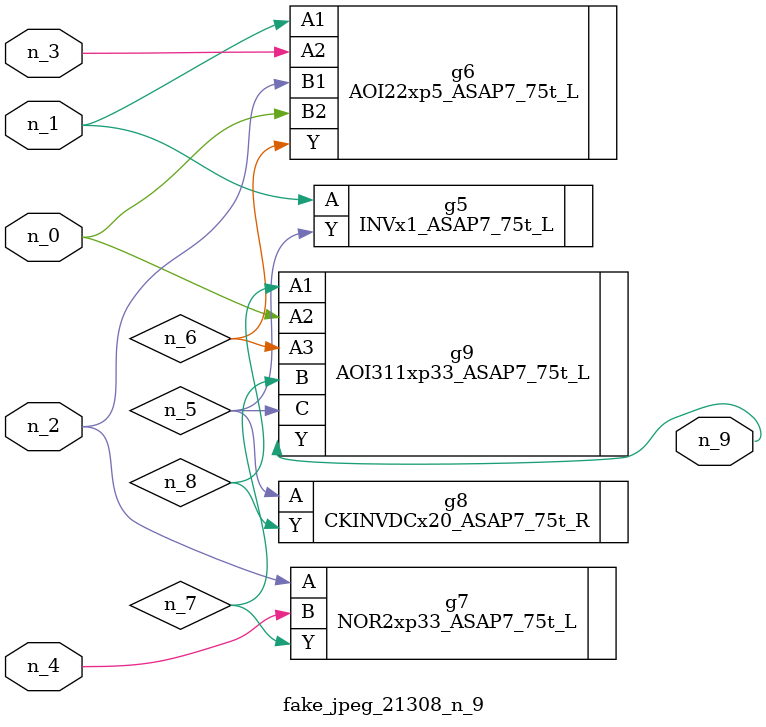
<source format=v>
module fake_jpeg_21308_n_9 (n_3, n_2, n_1, n_0, n_4, n_9);

input n_3;
input n_2;
input n_1;
input n_0;
input n_4;

output n_9;

wire n_8;
wire n_6;
wire n_5;
wire n_7;

INVx1_ASAP7_75t_L g5 ( 
.A(n_1),
.Y(n_5)
);

AOI22xp5_ASAP7_75t_L g6 ( 
.A1(n_1),
.A2(n_3),
.B1(n_2),
.B2(n_0),
.Y(n_6)
);

NOR2xp33_ASAP7_75t_L g7 ( 
.A(n_2),
.B(n_4),
.Y(n_7)
);

CKINVDCx20_ASAP7_75t_R g8 ( 
.A(n_5),
.Y(n_8)
);

AOI311xp33_ASAP7_75t_L g9 ( 
.A1(n_8),
.A2(n_0),
.A3(n_6),
.B(n_7),
.C(n_5),
.Y(n_9)
);


endmodule
</source>
